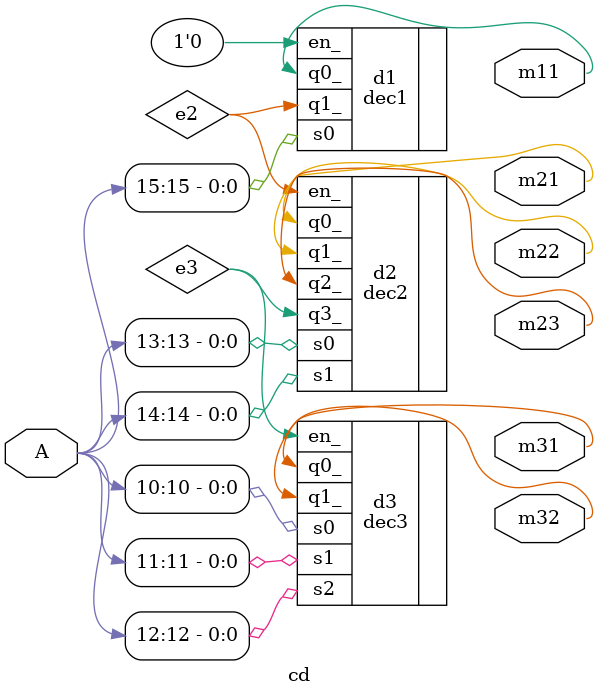
<source format=v>
/*
 251. 16 bites címbusz, 1*32k+3*8k+2*1k (összesen 58k byte) memória
*/

module cd(
	input wire [15:0] A,
	output wire m11,
	output wire m21,
	output wire m22,
	output wire m23,
	output wire m31,
	output wire m32
    );

wire e2, e3;

dec1 d1(
	.s0(A[15]),
	.en_(1'b0),
	.q0_(m11),
	.q1_(e2)
);

dec2 d2(
	.s0(A[13]),
	.s1(A[14]),
	.en_(e2),
	.q0_(m21),
	.q1_(m22),
	.q2_(m23),
	.q3_(e3)
);

dec3 d3(
	.s0(A[10]),
	.s1(A[11]),
	.s2(A[12]),
	.en_(e3),
	.q0_(m31),
	.q1_(m32)
);

endmodule

</source>
